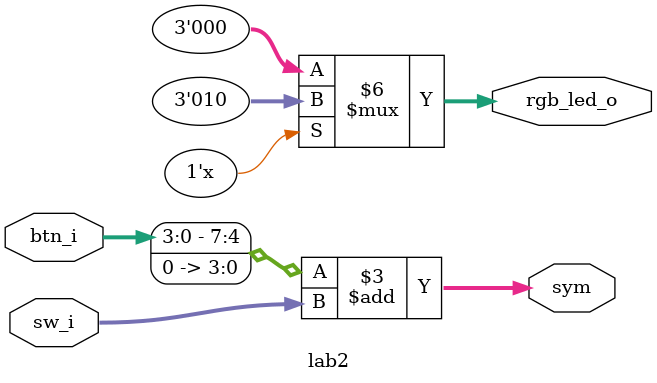
<source format=v>
`timescale 1ns / 1ps


module lab2(
  input      [3:0] btn_i,
  input      [3:0] sw_i,
  output reg [2:0] rgb_led_o,
  output reg [7:0] sym
    );
  
  localparam RED_ON   = 3'b100;
  localparam GREEN_ON = 3'b010;
  localparam BLUE_ON  = 3'b001;
  localparam LED_ON   = 3'b111;
  localparam LED_OFF  = 3'b000;
  
  parameter LIM_1 = 40;
  parameter LIM_2 = 105;
  parameter LIM_3 = 140;
  parameter LIM_4 = 250;
  
  always @( btn_i or sw_i )
    begin
      
      sym <= ( btn_i << 4 )  + sw_i; 
      
      if ( sym == 97 )
        rgb_led_o <= GREEN_ON;
      else 
        rgb_led_o <= LED_OFF;
              
    end  
   
endmodule

</source>
